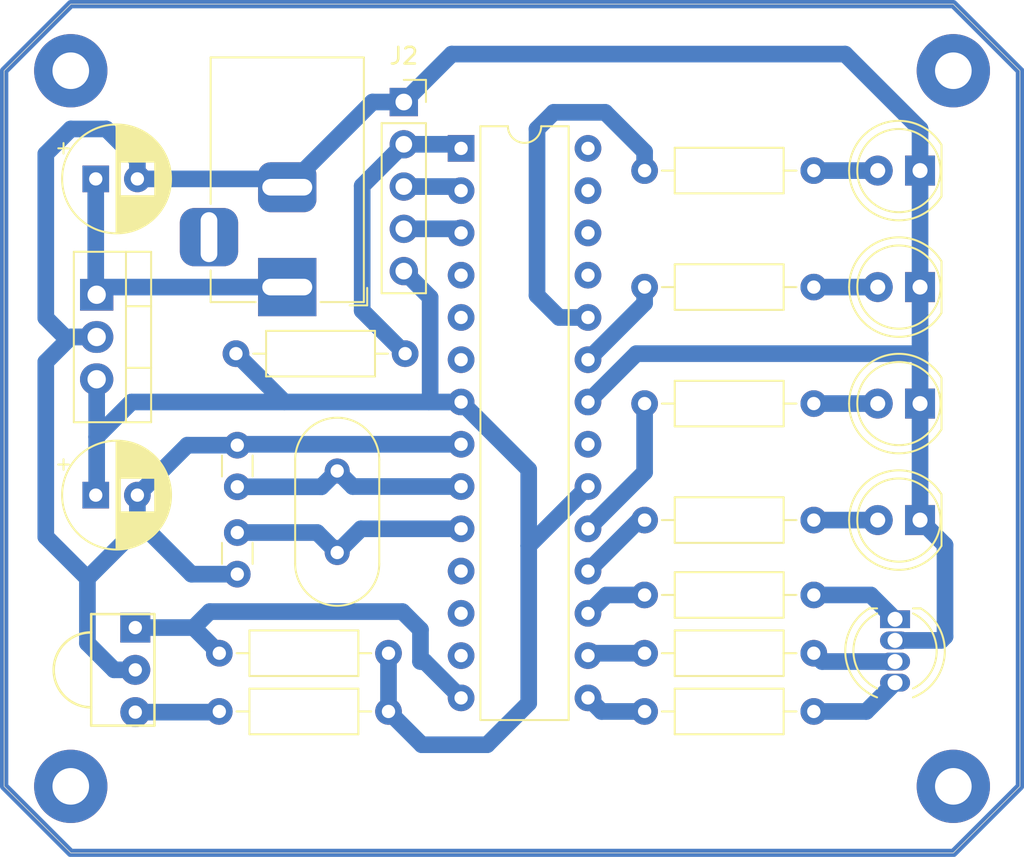
<source format=kicad_pcb>
(kicad_pcb (version 20240108) (generator "pcbnew") (generator_version "8.0")
  (layers (0 "F.Cu" signal) (31 "B.Cu" signal) (34 "B.Paste" user) (35 "F.Paste" user) (36 "B.SilkS" user "B.Silkscreen") (37 "F.SilkS" user "F.Silkscreen") (38 "B.Mask" user) (39 "F.Mask" user) (44 "Edge.Cuts" user))
  (net 0 "")
  (net 1 "GND")
  (net 2 "Net-(J2-Pin_5)")
  (net 3 "Net-(U1-XTAL2{slash}PB7)")
  (net 4 "Net-(U2-VI)")
  (net 5 "Net-(U1-XTAL1{slash}PB6)")
  (net 6 "Net-(D0-A)")
  (net 7 "Net-(D1-A)")
  (net 8 "Net-(D2-A)")
  (net 9 "Net-(D3-A)")
  (net 10 "Net-(D5-BA)")
  (net 11 "Net-(D5-GA)")
  (net 12 "Net-(D5-RA)")
  (net 13 "Net-(IR1-VCC)")
  (net 14 "Net-(IR1-OUT)")
  (net 16 "Net-(U1-PC1)")
  (net 17 "Net-(U1-PC0)")
  (net 18 "Net-(U1-PB5)")
  (net 19 "Net-(U1-PB1)")
  (net 20 "Net-(U1-PB4)")
  (net 21 "Net-(U1-PB3)")
  (net 22 "Net-(U1-PB2)")
  (net 34 "Net-(J2-Pin_4)")
  (net 35 "Net-(J2-Pin_3)")
  (net 36 "Net-(J2-Pin_2)")
  (footprint "Package_TO_SOT_THT:TO-220-3_Vertical" (layer "F.Cu") (at 110.555 87.46 -90)
    (property "Reference" "U2" (hide yes))
    (property "Value" "LM7805")
    (pad "1" thru_hole rect (at 0 0 270) (size 1.905 2) (drill 1.1) (layers "*.Cu" "*.Mask") (net 4 "Net-(U2-VI)"))
    (pad "2" thru_hole oval (at 2.54 0 270) (size 1.905 2) (drill 1.1) (layers "*.Cu" "*.Mask") (net 1 "GND"))
    (pad "3" thru_hole oval (at 5.08 0 270) (size 1.905 2) (drill 1.1) (layers "*.Cu" "*.Mask") (net 2 "Net-(J2-Pin_5)"))
  )
  (footprint "Resistor_THT:R_Axial_DIN0207_L6.3mm_D2.5mm_P10.16mm_Horizontal" (layer "F.Cu") (at 143.46 112.5)
    (property "Reference" "R5" (hide yes))
    (property "Value" "330")
    (pad "1" thru_hole circle (at 0 0) (size 1.6 1.6) (drill 0.8) (layers "*.Cu" "*.Mask") (net 19 "Net-(U1-PB1)"))
    (pad "2" thru_hole oval (at 10.16 0) (size 1.6 1.6) (drill 0.8) (layers "*.Cu" "*.Mask") (net 10 "Net-(D5-BA)"))
  )
  (footprint "LED_THT:LED_D5.0mm_Clear" (layer "F.Cu") (at 160 94 180)
    (property "Reference" "D2" (hide yes))
    (property "Value" "LED")
    (pad "1" thru_hole rect (at 0 0 180) (size 1.8 1.8) (drill 0.9) (layers "*.Cu" "*.Mask") (net 1 "GND"))
    (pad "2" thru_hole circle (at 2.54 0 180) (size 1.8 1.8) (drill 0.9) (layers "*.Cu" "*.Mask") (net 8 "Net-(D2-A)"))
  )
  (footprint "LED_THT:LED_D5.0mm-4_RGB" (layer "F.Cu") (at 158.5 106.96 -90)
    (property "Reference" "D5" (hide yes))
    (property "Value" "LED_RKGB")
    (pad "1" thru_hole rect (at 0 0 270) (size 1.07 1.8) (drill 0.9) (layers "*.Cu" "*.Mask") (net 12 "Net-(D5-RA)"))
    (pad "2" thru_hole oval (at 1.27 0 270) (size 1.07 1.8) (drill 0.9) (layers "*.Cu" "*.Mask") (net 1 "GND"))
    (pad "3" thru_hole oval (at 2.54 0 270) (size 1.07 1.8) (drill 0.9) (layers "*.Cu" "*.Mask") (net 11 "Net-(D5-GA)"))
    (pad "4" thru_hole oval (at 3.81 0 270) (size 1.07 1.8) (drill 0.9) (layers "*.Cu" "*.Mask") (net 10 "Net-(D5-BA)"))
  )
  (footprint "Resistor_THT:R_Axial_DIN0207_L6.3mm_D2.5mm_P10.16mm_Horizontal" (layer "F.Cu") (at 143.46 109)
    (property "Reference" "R6" (hide yes))
    (property "Value" "330")
    (pad "1" thru_hole circle (at 0 0) (size 1.6 1.6) (drill 0.8) (layers "*.Cu" "*.Mask") (net 22 "Net-(U1-PB2)"))
    (pad "2" thru_hole oval (at 10.16 0) (size 1.6 1.6) (drill 0.8) (layers "*.Cu" "*.Mask") (net 11 "Net-(D5-GA)"))
  )
  (footprint "Connector_PinSocket_2.54mm:PinSocket_1x05_P2.54mm_Vertical" (layer "F.Cu") (at 129 75.88)
    (property "Reference" "J2" (at 0 -2.77 0) (layer "F.SilkS"))
    (property "Value" "Conn_01x05_Socket")
    (pad "1" thru_hole rect (at 0 0) (size 1.7 1.7) (drill 1) (layers "*.Cu" "*.Mask") (net 1 "GND"))
    (pad "2" thru_hole oval (at 0 2.54) (size 1.7 1.7) (drill 1) (layers "*.Cu" "*.Mask") (net 36 "Net-(J2-Pin_2)"))
    (pad "3" thru_hole oval (at 0 5.08) (size 1.7 1.7) (drill 1) (layers "*.Cu" "*.Mask") (net 35 "Net-(J2-Pin_3)"))
    (pad "4" thru_hole oval (at 0 7.62) (size 1.7 1.7) (drill 1) (layers "*.Cu" "*.Mask") (net 34 "Net-(J2-Pin_4)"))
    (pad "5" thru_hole oval (at 0 10.16) (size 1.7 1.7) (drill 1) (layers "*.Cu" "*.Mask") (net 2 "Net-(J2-Pin_5)"))
  )
  (footprint "Connector_BarrelJack:BarrelJack_Horizontal" (layer "F.Cu") (at 122 87 -90)
    (property "Reference" "J1" (hide yes))
    (property "Value" "Barrel_Jack_Switch")
    (pad "1" thru_hole rect (at 0 0 270) (size 3.5 3.5) (drill oval 1 3) (layers "*.Cu" "*.Mask") (net 4 "Net-(U2-VI)"))
    (pad "2" thru_hole roundrect (at -6 0 270) (size 3 3.5) (drill oval 1 3) (layers "*.Cu" "*.Mask") (net 1 "GND"))
    (pad "3" thru_hole roundrect (at -3 4.7 270) (size 3.5 3.5) (drill oval 3 1) (layers "*.Cu" "*.Mask"))
  )
  (footprint "LED_THT:LED_D5.0mm_Clear" (layer "F.Cu") (at 160 101 180)
    (property "Reference" "D3" (hide yes))
    (property "Value" "LED")
    (pad "1" thru_hole rect (at 0 0 180) (size 1.8 1.8) (drill 0.9) (layers "*.Cu" "*.Mask") (net 1 "GND"))
    (pad "2" thru_hole circle (at 2.54 0 180) (size 1.8 1.8) (drill 0.9) (layers "*.Cu" "*.Mask") (net 9 "Net-(D3-A)"))
  )
  (footprint "MountingHole:MountingHole_2.2mm_M2_Pad" (layer "F.Cu") (at 109 74)
    (property "Reference" "REF**" (hide yes))
    (property "Value" "MountingHole_2.2mm_M2_Pad" (hide yes))
    (pad "1" thru_hole circle (at 0 0) (size 4.4 4.4) (drill 2.2) (layers "*.Cu" "*.Mask"))
  )
  (footprint "Resistor_THT:R_Axial_DIN0207_L6.3mm_D2.5mm_P10.16mm_Horizontal" (layer "F.Cu") (at 143.46 94)
    (property "Reference" "R3" (hide yes))
    (property "Value" "330")
    (pad "1" thru_hole circle (at 0 0) (size 1.6 1.6) (drill 0.8) (layers "*.Cu" "*.Mask") (net 18 "Net-(U1-PB5)"))
    (pad "2" thru_hole oval (at 10.16 0) (size 1.6 1.6) (drill 0.8) (layers "*.Cu" "*.Mask") (net 8 "Net-(D2-A)"))
  )
  (footprint "Resistor_THT:R_Axial_DIN0207_L6.3mm_D2.5mm_P10.16mm_Horizontal" (layer "F.Cu") (at 118.92 91)
    (property "Reference" "R10" (hide yes))
    (property "Value" "10k")
    (pad "1" thru_hole circle (at 0 0) (size 1.6 1.6) (drill 0.8) (layers "*.Cu" "*.Mask") (net 2 "Net-(J2-Pin_5)"))
    (pad "2" thru_hole oval (at 10.16 0) (size 1.6 1.6) (drill 0.8) (layers "*.Cu" "*.Mask") (net 36 "Net-(J2-Pin_2)"))
  )
  (footprint "MountingHole:MountingHole_2.2mm_M2_Pad" (layer "F.Cu") (at 109 117)
    (property "Reference" "REF**" (hide yes))
    (property "Value" "MountingHole_2.2mm_M2_Pad" (hide yes))
    (pad "1" thru_hole circle (at 0 0) (size 4.4 4.4) (drill 2.2) (layers "*.Cu" "*.Mask"))
  )
  (footprint "Resistor_THT:R_Axial_DIN0207_L6.3mm_D2.5mm_P10.16mm_Horizontal" (layer "F.Cu") (at 128.08 112.5 180)
    (property "Reference" "R8" (hide yes))
    (property "Value" "100")
    (pad "1" thru_hole circle (at 0 0 180) (size 1.6 1.6) (drill 0.8) (layers "*.Cu" "*.Mask") (net 2 "Net-(J2-Pin_5)"))
    (pad "2" thru_hole oval (at 10.16 0 180) (size 1.6 1.6) (drill 0.8) (layers "*.Cu" "*.Mask") (net 13 "Net-(IR1-VCC)"))
  )
  (footprint "LED_THT:LED_D5.0mm_Clear" (layer "F.Cu") (at 160 87 180)
    (property "Reference" "D1" (hide yes))
    (property "Value" "LED")
    (pad "1" thru_hole rect (at 0 0 180) (size 1.8 1.8) (drill 0.9) (layers "*.Cu" "*.Mask") (net 1 "GND"))
    (pad "2" thru_hole circle (at 2.54 0 180) (size 1.8 1.8) (drill 0.9) (layers "*.Cu" "*.Mask") (net 7 "Net-(D1-A)"))
  )
  (footprint "Resistor_THT:R_Axial_DIN0207_L6.3mm_D2.5mm_P10.16mm_Horizontal" (layer "F.Cu") (at 143.46 101)
    (property "Reference" "R4" (hide yes))
    (property "Value" "330")
    (pad "1" thru_hole circle (at 0 0) (size 1.6 1.6) (drill 0.8) (layers "*.Cu" "*.Mask") (net 20 "Net-(U1-PB4)"))
    (pad "2" thru_hole oval (at 10.16 0) (size 1.6 1.6) (drill 0.8) (layers "*.Cu" "*.Mask") (net 9 "Net-(D3-A)"))
  )
  (footprint "Resistor_THT:R_Axial_DIN0207_L6.3mm_D2.5mm_P10.16mm_Horizontal" (layer "F.Cu") (at 143.46 87)
    (property "Reference" "R2" (hide yes))
    (property "Value" "330")
    (pad "1" thru_hole circle (at 0 0) (size 1.6 1.6) (drill 0.8) (layers "*.Cu" "*.Mask") (net 17 "Net-(U1-PC0)"))
    (pad "2" thru_hole oval (at 10.16 0) (size 1.6 1.6) (drill 0.8) (layers "*.Cu" "*.Mask") (net 7 "Net-(D1-A)"))
  )
  (footprint "Capacitor_THT:CP_Radial_D6.3mm_P2.50mm" (layer "F.Cu") (at 110.5 99.5)
    (property "Reference" "C1" (hide yes))
    (property "Value" "10uf")
    (pad "1" thru_hole rect (at 0 0) (size 1.6 1.6) (drill 0.8) (layers "*.Cu" "*.Mask") (net 2 "Net-(J2-Pin_5)"))
    (pad "2" thru_hole circle (at 2.5 0) (size 1.6 1.6) (drill 0.8) (layers "*.Cu" "*.Mask") (net 1 "GND"))
  )
  (footprint "Capacitor_THT:C_Disc_D3.0mm_W1.6mm_P2.50mm" (layer "F.Cu") (at 119 99 90)
    (property "Reference" "C4" (hide yes))
    (property "Value" "20pf")
    (pad "1" thru_hole circle (at 0 0 90) (size 1.6 1.6) (drill 0.8) (layers "*.Cu" "*.Mask") (net 5 "Net-(U1-XTAL1{slash}PB6)"))
    (pad "2" thru_hole circle (at 2.5 0 90) (size 1.6 1.6) (drill 0.8) (layers "*.Cu" "*.Mask") (net 1 "GND"))
  )
  (footprint "Capacitor_THT:C_Disc_D3.0mm_W1.6mm_P2.50mm" (layer "F.Cu") (at 119 101.75 -90)
    (property "Reference" "C2" (hide yes))
    (property "Value" "20pf")
    (pad "1" thru_hole circle (at 0 0 270) (size 1.6 1.6) (drill 0.8) (layers "*.Cu" "*.Mask") (net 3 "Net-(U1-XTAL2{slash}PB7)"))
    (pad "2" thru_hole circle (at 2.5 0 270) (size 1.6 1.6) (drill 0.8) (layers "*.Cu" "*.Mask") (net 1 "GND"))
  )
  (footprint "Resistor_THT:R_Axial_DIN0207_L6.3mm_D2.5mm_P10.16mm_Horizontal" (layer "F.Cu") (at 143.46 80)
    (property "Reference" "R1" (hide yes))
    (property "Value" "330")
    (pad "1" thru_hole circle (at 0 0) (size 1.6 1.6) (drill 0.8) (layers "*.Cu" "*.Mask") (net 16 "Net-(U1-PC1)"))
    (pad "2" thru_hole oval (at 10.16 0) (size 1.6 1.6) (drill 0.8) (layers "*.Cu" "*.Mask") (net 6 "Net-(D0-A)"))
  )
  (footprint "Package_DIP:DIP-28_W7.62mm" (layer "F.Cu") (at 132.44 78.665)
    (property "Reference" "U1" (hide yes))
    (property "Value" "ATmega328-P")
    (pad "1" thru_hole rect (at 0 0) (size 1.6 1.6) (drill 0.8) (layers "*.Cu" "*.Mask") (net 36 "Net-(J2-Pin_2)"))
    (pad "2" thru_hole oval (at 0 2.54) (size 1.6 1.6) (drill 0.8) (layers "*.Cu" "*.Mask") (net 35 "Net-(J2-Pin_3)"))
    (pad "3" thru_hole oval (at 0 5.08) (size 1.6 1.6) (drill 0.8) (layers "*.Cu" "*.Mask") (net 34 "Net-(J2-Pin_4)"))
    (pad "4" thru_hole oval (at 0 7.62) (size 1.6 1.6) (drill 0.8) (layers "*.Cu" "*.Mask"))
    (pad "5" thru_hole oval (at 0 10.16) (size 1.6 1.6) (drill 0.8) (layers "*.Cu" "*.Mask"))
    (pad "6" thru_hole oval (at 0 12.7) (size 1.6 1.6) (drill 0.8) (layers "*.Cu" "*.Mask"))
    (pad "7" thru_hole oval (at 0 15.24) (size 1.6 1.6) (drill 0.8) (layers "*.Cu" "*.Mask") (net 2 "Net-(J2-Pin_5)"))
    (pad "8" thru_hole oval (at 0 17.78) (size 1.6 1.6) (drill 0.8) (layers "*.Cu" "*.Mask") (net 1 "GND"))
    (pad "9" thru_hole oval (at 0 20.32) (size 1.6 1.6) (drill 0.8) (layers "*.Cu" "*.Mask") (net 5 "Net-(U1-XTAL1{slash}PB6)"))
    (pad "10" thru_hole oval (at 0 22.86) (size 1.6 1.6) (drill 0.8) (layers "*.Cu" "*.Mask") (net 3 "Net-(U1-XTAL2{slash}PB7)"))
    (pad "11" thru_hole oval (at 0 25.4) (size 1.6 1.6) (drill 0.8) (layers "*.Cu" "*.Mask"))
    (pad "12" thru_hole oval (at 0 27.94) (size 1.6 1.6) (drill 0.8) (layers "*.Cu" "*.Mask"))
    (pad "13" thru_hole oval (at 0 30.48) (size 1.6 1.6) (drill 0.8) (layers "*.Cu" "*.Mask"))
    (pad "14" thru_hole oval (at 0 33.02) (size 1.6 1.6) (drill 0.8) (layers "*.Cu" "*.Mask") (net 14 "Net-(IR1-OUT)"))
    (pad "15" thru_hole oval (at 7.62 33.02) (size 1.6 1.6) (drill 0.8) (layers "*.Cu" "*.Mask") (net 19 "Net-(U1-PB1)"))
    (pad "16" thru_hole oval (at 7.62 30.48) (size 1.6 1.6) (drill 0.8) (layers "*.Cu" "*.Mask") (net 22 "Net-(U1-PB2)"))
    (pad "17" thru_hole oval (at 7.62 27.94) (size 1.6 1.6) (drill 0.8) (layers "*.Cu" "*.Mask") (net 21 "Net-(U1-PB3)"))
    (pad "18" thru_hole oval (at 7.62 25.4) (size 1.6 1.6) (drill 0.8) (layers "*.Cu" "*.Mask") (net 20 "Net-(U1-PB4)"))
    (pad "19" thru_hole oval (at 7.62 22.86) (size 1.6 1.6) (drill 0.8) (layers "*.Cu" "*.Mask") (net 18 "Net-(U1-PB5)"))
    (pad "20" thru_hole oval (at 7.62 20.32) (size 1.6 1.6) (drill 0.8) (layers "*.Cu" "*.Mask") (net 2 "Net-(J2-Pin_5)"))
    (pad "21" thru_hole oval (at 7.62 17.78) (size 1.6 1.6) (drill 0.8) (layers "*.Cu" "*.Mask"))
    (pad "22" thru_hole oval (at 7.62 15.24) (size 1.6 1.6) (drill 0.8) (layers "*.Cu" "*.Mask") (net 1 "GND"))
    (pad "23" thru_hole oval (at 7.62 12.7) (size 1.6 1.6) (drill 0.8) (layers "*.Cu" "*.Mask") (net 17 "Net-(U1-PC0)"))
    (pad "24" thru_hole oval (at 7.62 10.16) (size 1.6 1.6) (drill 0.8) (layers "*.Cu" "*.Mask") (net 16 "Net-(U1-PC1)"))
    (pad "25" thru_hole oval (at 7.62 7.62) (size 1.6 1.6) (drill 0.8) (layers "*.Cu" "*.Mask"))
    (pad "26" thru_hole oval (at 7.62 5.08) (size 1.6 1.6) (drill 0.8) (layers "*.Cu" "*.Mask"))
    (pad "27" thru_hole oval (at 7.62 2.54) (size 1.6 1.6) (drill 0.8) (layers "*.Cu" "*.Mask"))
    (pad "28" thru_hole oval (at 7.62 0) (size 1.6 1.6) (drill 0.8) (layers "*.Cu" "*.Mask"))
  )
  (footprint "MountingHole:MountingHole_2.2mm_M2_Pad" (layer "F.Cu") (at 162 74)
    (property "Reference" "REF**" (hide yes))
    (property "Value" "MountingHole_2.2mm_M2_Pad" (hide yes))
    (pad "1" thru_hole circle (at 0 0) (size 4.4 4.4) (drill 2.2) (layers "*.Cu" "*.Mask"))
  )
  (footprint "Capacitor_THT:CP_Radial_D6.3mm_P2.50mm" (layer "F.Cu") (at 110.5 80.5)
    (property "Reference" "C3" (hide yes))
    (property "Value" "10uf")
    (pad "1" thru_hole rect (at 0 0) (size 1.6 1.6) (drill 0.8) (layers "*.Cu" "*.Mask") (net 4 "Net-(U2-VI)"))
    (pad "2" thru_hole circle (at 2.5 0) (size 1.6 1.6) (drill 0.8) (layers "*.Cu" "*.Mask") (net 1 "GND"))
  )
  (footprint "Resistor_THT:R_Axial_DIN0207_L6.3mm_D2.5mm_P10.16mm_Horizontal" (layer "F.Cu") (at 143.46 105.5)
    (property "Reference" "R7" (hide yes))
    (property "Value" "330")
    (pad "1" thru_hole circle (at 0 0) (size 1.6 1.6) (drill 0.8) (layers "*.Cu" "*.Mask") (net 21 "Net-(U1-PB3)"))
    (pad "2" thru_hole oval (at 10.16 0) (size 1.6 1.6) (drill 0.8) (layers "*.Cu" "*.Mask") (net 12 "Net-(D5-RA)"))
  )
  (footprint "LeoDJ-kicad:VS1838b" (layer "F.Cu") (at 112.875 110)
    (property "Reference" "IR1" (hide yes))
    (property "Value" "VS1838b")
    (pad "1" thru_hole rect (at 0 -2.54) (size 1.8 1.8) (drill 0.8) (layers "*.Cu" "*.Mask") (net 14 "Net-(IR1-OUT)"))
    (pad "2" thru_hole circle (at 0 0) (size 1.8 1.8) (drill 0.8) (layers "*.Cu" "*.Mask") (net 1 "GND"))
    (pad "3" thru_hole circle (at 0 2.54) (size 1.8 1.8) (drill 0.8) (layers "*.Cu" "*.Mask") (net 13 "Net-(IR1-VCC)"))
  )
  (footprint "Crystal:Crystal_HC18-U_Vertical" (layer "F.Cu") (at 125 102.95 90)
    (property "Reference" "Y1" (hide yes))
    (property "Value" "16Mhz")
    (pad "1" thru_hole circle (at 0 0 90) (size 1.5 1.5) (drill 0.8) (layers "*.Cu" "*.Mask") (net 3 "Net-(U1-XTAL2{slash}PB7)"))
    (pad "2" thru_hole circle (at 4.9 0 90) (size 1.5 1.5) (drill 0.8) (layers "*.Cu" "*.Mask") (net 5 "Net-(U1-XTAL1{slash}PB6)"))
  )
  (footprint "LED_THT:LED_D5.0mm_Clear" (layer "F.Cu") (at 160 80 180)
    (property "Reference" "D0" (hide yes))
    (property "Value" "LED")
    (pad "1" thru_hole rect (at 0 0 180) (size 1.8 1.8) (drill 0.9) (layers "*.Cu" "*.Mask") (net 1 "GND"))
    (pad "2" thru_hole circle (at 2.54 0 180) (size 1.8 1.8) (drill 0.9) (layers "*.Cu" "*.Mask") (net 6 "Net-(D0-A)"))
  )
  (footprint "Resistor_THT:R_Axial_DIN0207_L6.3mm_D2.5mm_P10.16mm_Horizontal" (layer "F.Cu") (at 117.92 109)
    (property "Reference" "R9" (hide yes))
    (property "Value" "10k")
    (pad "1" thru_hole circle (at 0 0) (size 1.6 1.6) (drill 0.8) (layers "*.Cu" "*.Mask") (net 14 "Net-(IR1-OUT)"))
    (pad "2" thru_hole oval (at 10.16 0) (size 1.6 1.6) (drill 0.8) (layers "*.Cu" "*.Mask") (net 2 "Net-(J2-Pin_5)"))
  )
  (footprint "MountingHole:MountingHole_2.2mm_M2_Pad" (layer "F.Cu") (at 162 117)
    (property "Reference" "REF**" (hide yes))
    (property "Value" "MountingHole_2.2mm_M2_Pad" (hide yes))
    (pad "1" thru_hole circle (at 0 0) (size 4.4 4.4) (drill 2.2) (layers "*.Cu" "*.Mask"))
  )
  (gr_poly (pts (xy 105 74) (xy 109 70) (xy 162 70) (xy 166 74) (xy 166 117) (xy 162 121) (xy 109 121) (xy 105 117)) (stroke (width 0.5)) (fill none) (layer "B.Cu"))
  (gr_poly (pts (xy 162 70) (xy 166 74) (xy 166 117) (xy 162 121) (xy 109 121) (xy 105 117) (xy 105 74) (xy 109 70)) (stroke (width 0.05)) (fill none) (layer "Edge.Cuts"))
  (segment (start 160 87) (end 160 91) (width 1) (layer "B.Cu") (net 1))
  (segment (start 131.88 73) (end 155.5 73) (width 1) (layer "B.Cu") (net 1))
  (segment (start 161.5 102.5) (end 160 101) (width 1) (layer "B.Cu") (net 1))
  (segment (start 107.5 79) (end 109 77.5) (width 1) (layer "B.Cu") (net 1))
  (segment (start 161.27 108.23) (end 161.5 108) (width 1) (layer "B.Cu") (net 1))
  (segment (start 109 77.5) (end 111.13137 77.5) (width 1) (layer "B.Cu") (net 1))
  (segment (start 160 91) (end 160 94) (width 1) (layer "B.Cu") (net 1))
  (segment (start 158.5 108.23) (end 161.27 108.23) (width 1) (layer "B.Cu") (net 1))
  (segment (start 140.06 93.905) (end 142.965 91) (width 1) (layer "B.Cu") (net 1))
  (segment (start 109 90) (end 107.5 91.5) (width 1) (layer "B.Cu") (net 1))
  (segment (start 116.25 104.25) (end 113 101) (width 1) (layer "B.Cu") (net 1))
  (segment (start 129 75.88) (end 127.12 75.88) (width 1) (layer "B.Cu") (net 1))
  (segment (start 110 104.5) (end 113 101.5) (width 1) (layer "B.Cu") (net 1))
  (segment (start 107.5 88.85) (end 107.5 79) (width 1) (layer "B.Cu") (net 1))
  (segment (start 113 101) (end 113 99.5) (width 1) (layer "B.Cu") (net 1))
  (segment (start 113 79.36863) (end 113 80.5) (width 1) (layer "B.Cu") (net 1))
  (segment (start 119 96.5) (end 116 96.5) (width 1) (layer "B.Cu") (net 1))
  (segment (start 121.5 80.5) (end 122 81) (width 1) (layer "B.Cu") (net 1))
  (segment (start 113 80.5) (end 121.5 80.5) (width 1) (layer "B.Cu") (net 1))
  (segment (start 129 75.88) (end 131.88 73) (width 1) (layer "B.Cu") (net 1))
  (segment (start 155.5 73) (end 160 77.5) (width 1) (layer "B.Cu") (net 1))
  (segment (start 119.055 96.445) (end 119 96.5) (width 1) (layer "B.Cu") (net 1))
  (segment (start 110.555 90) (end 108.65 90) (width 1) (layer "B.Cu") (net 1))
  (segment (start 112.875 110) (end 111.602208 110) (width 1) (layer "B.Cu") (net 1))
  (segment (start 127.12 75.88) (end 122 81) (width 1) (layer "B.Cu") (net 1))
  (segment (start 116 96.5) (end 113 99.5) (width 1) (layer "B.Cu") (net 1))
  (segment (start 107.5 102) (end 110 104.5) (width 1) (layer "B.Cu") (net 1))
  (segment (start 111.602208 110) (end 110 108.397792) (width 1) (layer "B.Cu") (net 1))
  (segment (start 110 108.397792) (end 110 104.5) (width 1) (layer "B.Cu") (net 1))
  (segment (start 160 77.5) (end 160 80) (width 1) (layer "B.Cu") (net 1))
  (segment (start 160 80) (end 160 87) (width 1) (layer "B.Cu") (net 1))
  (segment (start 111.13137 77.5) (end 113 79.36863) (width 1) (layer "B.Cu") (net 1))
  (segment (start 107.5 91.5) (end 107.5 102) (width 1) (layer "B.Cu") (net 1))
  (segment (start 119 104.25) (end 116.25 104.25) (width 1) (layer "B.Cu") (net 1))
  (segment (start 142.965 91) (end 160 91) (width 1) (layer "B.Cu") (net 1))
  (segment (start 160 94) (end 160 101) (width 1) (layer "B.Cu") (net 1))
  (segment (start 161.5 108) (end 161.5 102.5) (width 1) (layer "B.Cu") (net 1))
  (segment (start 108.65 90) (end 107.5 88.85) (width 1) (layer "B.Cu") (net 1))
  (segment (start 132.44 96.445) (end 119.055 96.445) (width 1) (layer "B.Cu") (net 1))
  (segment (start 110.555 90) (end 109 90) (width 1) (layer "B.Cu") (net 1))
  (segment (start 113 101.5) (end 113 101) (width 1) (layer "B.Cu") (net 1))
  (segment (start 121.825 93.905) (end 118.92 91) (width 1) (layer "B.Cu") (net 2))
  (segment (start 136.5 112) (end 136.5 102.545) (width 1) (layer "B.Cu") (net 2))
  (segment (start 110.555 96) (end 110.555 99.445) (width 1) (layer "B.Cu") (net 2))
  (segment (start 130.58 93.825) (end 130.5 93.905) (width 1) (layer "B.Cu") (net 2))
  (segment (start 110.555 99.445) (end 110.5 99.5) (width 1) (layer "B.Cu") (net 2))
  (segment (start 130.58 87.62) (end 130.58 93.825) (width 1) (layer "B.Cu") (net 2))
  (segment (start 130.5 93.905) (end 121.825 93.905) (width 1) (layer "B.Cu") (net 2))
  (segment (start 134 114.5) (end 136.5 112) (width 1) (layer "B.Cu") (net 2))
  (segment (start 130.08 114.5) (end 134 114.5) (width 1) (layer "B.Cu") (net 2))
  (segment (start 136.5 97.965) (end 136.5 102.545) (width 1) (layer "B.Cu") (net 2))
  (segment (start 129 86.04) (end 130.58 87.62) (width 1) (layer "B.Cu") (net 2))
  (segment (start 121.825 93.905) (end 112.65 93.905) (width 1) (layer "B.Cu") (net 2))
  (segment (start 132.44 93.905) (end 136.5 97.965) (width 1) (layer "B.Cu") (net 2))
  (segment (start 128.08 112.5) (end 130.08 114.5) (width 1) (layer "B.Cu") (net 2))
  (segment (start 128.08 109) (end 128.08 112.5) (width 1) (layer "B.Cu") (net 2))
  (segment (start 136.5 102.545) (end 140.06 98.985) (width 1) (layer "B.Cu") (net 2))
  (segment (start 110.555 92.54) (end 110.555 96) (width 1) (layer "B.Cu") (net 2))
  (segment (start 112.65 93.905) (end 110.555 96) (width 1) (layer "B.Cu") (net 2))
  (segment (start 132.44 93.905) (end 130.5 93.905) (width 1) (layer "B.Cu") (net 2))
  (segment (start 119 101.75) (end 123.8 101.75) (width 1) (layer "B.Cu") (net 3))
  (segment (start 123.8 101.75) (end 125 102.95) (width 1) (layer "B.Cu") (net 3))
  (segment (start 132.44 101.525) (end 126.425 101.525) (width 1) (layer "B.Cu") (net 3))
  (segment (start 126.425 101.525) (end 125 102.95) (width 1) (layer "B.Cu") (net 3))
  (segment (start 110.5 81.184684) (end 110.5 80.5) (width 1) (layer "B.Cu") (net 4))
  (segment (start 111.015 87) (end 110.555 87.46) (width 1) (layer "B.Cu") (net 4))
  (segment (start 110.5 87.405) (end 110.555 87.46) (width 1) (layer "B.Cu") (net 4))
  (segment (start 122 87) (end 111.015 87) (width 1) (layer "B.Cu") (net 4))
  (segment (start 110.5 80.5) (end 110.5 87.405) (width 1) (layer "B.Cu") (net 4))
  (segment (start 119 99) (end 124.05 99) (width 1) (layer "B.Cu") (net 5))
  (segment (start 125.935 98.985) (end 125 98.05) (width 1) (layer "B.Cu") (net 5))
  (segment (start 132.44 98.985) (end 125.935 98.985) (width 1) (layer "B.Cu") (net 5))
  (segment (start 124.05 99) (end 125 98.05) (width 1) (layer "B.Cu") (net 5))
  (segment (start 153.62 80) (end 157.46 80) (width 1) (layer "B.Cu") (net 6))
  (segment (start 153.62 87) (end 157.46 87) (width 1) (layer "B.Cu") (net 7))
  (segment (start 153.62 94) (end 157.46 94) (width 1) (layer "B.Cu") (net 8))
  (segment (start 153.62 101) (end 157.46 101) (width 1) (layer "B.Cu") (net 9))
  (segment (start 156.77 112.5) (end 158.5 110.77) (width 1) (layer "B.Cu") (net 10))
  (segment (start 153.62 112.5) (end 156.77 112.5) (width 1) (layer "B.Cu") (net 10))
  (segment (start 154.12 109.5) (end 158.5 109.5) (width 1) (layer "B.Cu") (net 11))
  (segment (start 153.62 109) (end 154.12 109.5) (width 1) (layer "B.Cu") (net 11))
  (segment (start 157.04 105.5) (end 158.5 106.96) (width 1) (layer "B.Cu") (net 12))
  (segment (start 153.62 105.5) (end 157.04 105.5) (width 1) (layer "B.Cu") (net 12))
  (segment (start 112.875 112.54) (end 117.88 112.54) (width 1) (layer "B.Cu") (net 13))
  (segment (start 117.88 112.54) (end 117.92 112.5) (width 1) (layer "B.Cu") (net 13))
  (segment (start 132.44 111.685) (end 130.255 109.5) (width 1) (layer "B.Cu") (net 14))
  (segment (start 130.255 109.5) (end 130 109.5) (width 1) (layer "B.Cu") (net 14))
  (segment (start 117.34 106.5) (end 116.38 107.46) (width 1) (layer "B.Cu") (net 14))
  (segment (start 116.38 107.46) (end 117.92 109) (width 1) (layer "B.Cu") (net 14))
  (segment (start 130 107.583679) (end 128.916321 106.5) (width 1) (layer "B.Cu") (net 14))
  (segment (start 112.875 107.46) (end 116.38 107.46) (width 1) (layer "B.Cu") (net 14))
  (segment (start 128.916321 106.5) (end 117.34 106.5) (width 1) (layer "B.Cu") (net 14))
  (segment (start 130 109.5) (end 130 107.583679) (width 1) (layer "B.Cu") (net 14))
  (segment (start 138.325 88.825) (end 140.06 88.825) (width 1) (layer "B.Cu") (net 16))
  (segment (start 137 87.5) (end 138.325 88.825) (width 1) (layer "B.Cu") (net 16))
  (segment (start 138 76.5) (end 137 77.5) (width 1) (layer "B.Cu") (net 16))
  (segment (start 143.46 80) (end 143.46 78.86863) (width 1) (layer "B.Cu") (net 16))
  (segment (start 141.09137 76.5) (end 138 76.5) (width 1) (layer "B.Cu") (net 16))
  (segment (start 143.46 78.86863) (end 141.09137 76.5) (width 1) (layer "B.Cu") (net 16))
  (segment (start 137 77.5) (end 137 87.5) (width 1) (layer "B.Cu") (net 16))
  (segment (start 143.46 87) (end 143.46 87.965) (width 1) (layer "B.Cu") (net 17))
  (segment (start 143.46 87.965) (end 140.06 91.365) (width 1) (layer "B.Cu") (net 17))
  (segment (start 140.06 101.525) (end 143.46 98.125) (width 1) (layer "B.Cu") (net 18))
  (segment (start 143.46 98.125) (end 143.46 94) (width 1) (layer "B.Cu") (net 18))
  (segment (start 140.875 112.5) (end 140.06 111.685) (width 1) (layer "B.Cu") (net 19))
  (segment (start 143.46 112.5) (end 140.875 112.5) (width 1) (layer "B.Cu") (net 19))
  (segment (start 143.125 101) (end 140.06 104.065) (width 1) (layer "B.Cu") (net 20))
  (segment (start 143.46 101) (end 143.125 101) (width 1) (layer "B.Cu") (net 20))
  (segment (start 141.165 105.5) (end 140.06 106.605) (width 1) (layer "B.Cu") (net 21))
  (segment (start 143.46 105.5) (end 141.165 105.5) (width 1) (layer "B.Cu") (net 21))
  (segment (start 143.46 109) (end 140.205 109) (width 1) (layer "B.Cu") (net 22))
  (segment (start 140.205 109) (end 140.06 109.145) (width 1) (layer "B.Cu") (net 22))
  (segment (start 129 83.5) (end 132.195 83.5) (width 1) (layer "B.Cu") (net 34))
  (segment (start 132.195 83.5) (end 132.44 83.745) (width 1) (layer "B.Cu") (net 34))
  (segment (start 132.195 80.96) (end 132.44 81.205) (width 1) (layer "B.Cu") (net 35))
  (segment (start 129 80.96) (end 132.195 80.96) (width 1) (layer "B.Cu") (net 35))
  (segment (start 132.195 78.42) (end 132.44 78.665) (width 1) (layer "B.Cu") (net 36))
  (segment (start 126.5 80.92) (end 129 78.42) (width 1) (layer "B.Cu") (net 36))
  (segment (start 129 78.42) (end 132.195 78.42) (width 1) (layer "B.Cu") (net 36))
  (segment (start 129.08 91) (end 126.5 88.42) (width 1) (layer "B.Cu") (net 36))
  (segment (start 126.5 88.42) (end 126.5 80.92) (width 1) (layer "B.Cu") (net 36))
)
</source>
